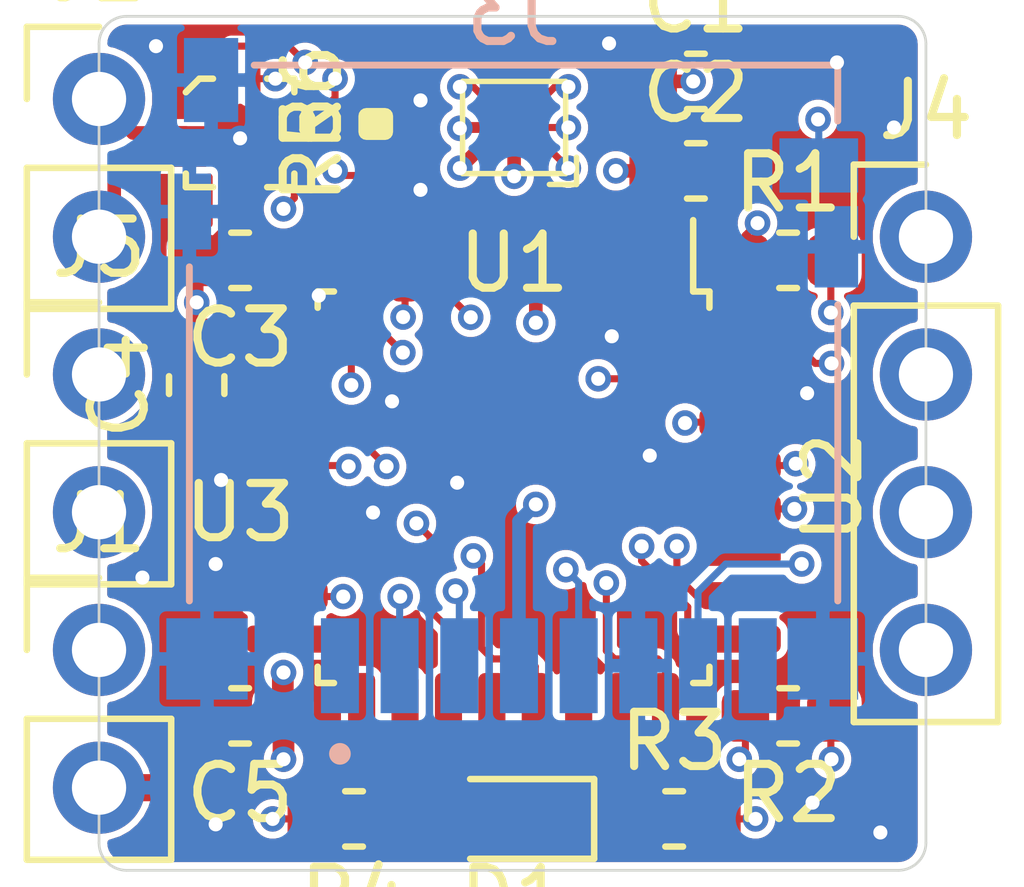
<source format=kicad_pcb>
(kicad_pcb (version 20171130) (host pcbnew "(5.1.6)-1")
  (layers (0 F.Cu signal) (1 In1.Cu signal) (2 In2.Cu signal) (31 B.Cu signal) (34 B.Paste user hide) (35 F.Paste user hide) (36 B.SilkS user) (37 F.SilkS user) (38 B.Mask user) (39 F.Mask user) (44 Edge.Cuts user hide))
  (net 0 "")
  (net 1 GND)
  (net 2 +3V3)
  (net 3 "Net-(D1-Pad2)")
  (net 4 "Net-(J2-Pad2)")
  (net 5 "Net-(J2-Pad1)")
  (net 6 /SD_DET)
  (net 7 "Net-(J3-Pad8)")
  (net 8 /SD_MISO)
  (net 9 /SD_CLK)
  (net 10 /SD_MOSI)
  (net 11 /SD_CS)
  (net 12 "Net-(J3-Pad1)")
  (net 13 /BOOT0_WAKEUP)
  (net 14 /NRST)
  (net 15 /SWDIO)
  (net 16 /SWCLK)
  (net 17 /RX)
  (net 18 /TX)
  (net 19 /LED)
  (net 20 /AU_EN)
  (net 21 /AU_BCLK)
  (net 22 /AU_LRCLK)
  (net 23 /AU_DIN)
  (net 24 "Net-(U2-Pad27)")
  (net 25 "Net-(U2-Pad23)")
  (net 26 "Net-(U2-Pad22)")
  (net 27 "Net-(U2-Pad20)")
  (net 28 "Net-(U2-Pad18)")
  (net 29 "Net-(U2-Pad17)")
  (net 30 "Net-(U2-Pad16)")
  (net 31 "Net-(U2-Pad14)")
  (net 32 "Net-(U2-Pad13)")
  (net 33 "Net-(U2-Pad10)")
  (net 34 "Net-(U2-Pad3)")
  (net 35 "Net-(U2-Pad2)")
  (net 36 "Net-(U2-Pad1)")
  (net 37 "Net-(R5-Pad2)")
  (module Resistor_SMD:R_0402_1005Metric (layer F.Cu) (at 105.1 102.45 90)
    (fp_text reference R5 (at 0 -1.17 90) (layer F.SilkS))
    (fp_text value 100k)
    (pad 2 smd roundrect (at 0.485 0 90) (size 0.59 0.64) (layers F.Cu F.Paste F.Mask) (net 37 "Net-(R5-Pad2)"))
    (pad 1 smd roundrect (at -0.485 0 90) (size 0.59 0.64) (layers F.Cu F.Paste F.Mask) (net 2 +3V3))
  )
  (module Package_BGA:Maxim_WLP-9_1.595x1.415_Layout3x3_P0.4mm_Ball0.27mm_Pad0.25mm_NSMD (layer F.Cu) (at 107.65 102.05 180)
    (fp_text reference U1 (at 0 -2.5) (layer F.SilkS))
    (fp_text value MAX98360AENL+)
    (fp_line (start -1.15 -1.05) (end -0.65 -1.05) (layer F.SilkS) (width 0.1))
    (fp_line (start -0.95 -0.85) (end -0.95 0.85) (layer F.SilkS) (width 0.1))
    (fp_line (start -0.95 -0.85) (end 0.95 -0.85) (layer F.SilkS) (width 0.1))
    (fp_line (start -0.95 0.85) (end 0.95 0.85) (layer F.SilkS) (width 0.1))
    (fp_line (start 0.95 -0.85) (end 0.95 0.85) (layer F.SilkS) (width 0.1))
    (fp_line (start -1.15 -1.05) (end -1.15 -0.55) (layer F.SilkS) (width 0.1))
    (pad A1 smd circle (at -0.4 -0.4 270) (size 0.25 0.25) (layers F.Cu F.Paste F.Mask) (net 20 /AU_EN))
    (pad A2 smd circle (at 0 -0.4 270) (size 0.25 0.25) (layers F.Cu F.Paste F.Mask) (net 2 +3V3))
    (pad A3 smd circle (at 0.4 -0.4 270) (size 0.25 0.25) (layers F.Cu F.Paste F.Mask) (net 5 "Net-(J2-Pad1)"))
    (pad B1 smd circle (at -0.4 0 270) (size 0.25 0.25) (layers F.Cu F.Paste F.Mask) (net 21 /AU_BCLK))
    (pad B2 smd circle (at 0 0 270) (size 0.25 0.25) (layers F.Cu F.Paste F.Mask) (net 2 +3V3))
    (pad B3 smd circle (at 0.4 0 270) (size 0.25 0.25) (layers F.Cu F.Paste F.Mask) (net 4 "Net-(J2-Pad2)"))
    (pad C1 smd circle (at -0.4 0.4 270) (size 0.25 0.25) (layers F.Cu F.Paste F.Mask) (net 22 /AU_LRCLK))
    (pad C2 smd circle (at 0 0.4 270) (size 0.25 0.25) (layers F.Cu F.Paste F.Mask) (net 1 GND))
    (pad C3 smd circle (at 0.4 0.4 270) (size 0.25 0.25) (layers F.Cu F.Paste F.Mask) (net 23 /AU_DIN))
  )
  (module Capacitor_SMD:C_0603_1608Metric (layer F.Cu) (at 102.6 112.9 180)
    (fp_text reference C5 (at 0 -1.43) (layer F.SilkS))
    (fp_text value 10u)
    (fp_line (start -0.162779 -0.51) (end 0.162779 -0.51) (layer F.SilkS) (width 0.12))
    (fp_line (start -0.162779 0.51) (end 0.162779 0.51) (layer F.SilkS) (width 0.12))
    (pad 2 smd roundrect (at 0.7875 0 180) (size 0.875 0.95) (layers F.Cu F.Paste F.Mask) (net 1 GND))
    (pad 1 smd roundrect (at -0.7875 0 180) (size 0.875 0.95) (layers F.Cu F.Paste F.Mask) (net 2 +3V3))
  )
  (module Resistor_SMD:R_0402_1005Metric (layer F.Cu) (at 105.1 101.5 90)
    (fp_text reference R6 (at 0 -1.17 90) (layer F.SilkS))
    (fp_text value 100k)
    (pad 2 smd roundrect (at 0.485 0 90) (size 0.59 0.64) (layers F.Cu F.Paste F.Mask) (net 1 GND))
    (pad 1 smd roundrect (at -0.485 0 90) (size 0.59 0.64) (layers F.SilkS) (net 37 "Net-(R5-Pad2)"))
  )
  (module TinySound:FC2QFN-10 (layer F.Cu) (at 102.6 102.15)
    (fp_text reference U3 (at 0 7) (layer F.SilkS))
    (fp_text value MAX98360xxxB+)
    (fp_line (start -0.5 -1) (end -0.75 -1) (layer F.SilkS) (width 0.12))
    (fp_line (start -0.75 -1) (end -1 -0.75) (layer F.SilkS) (width 0.12))
    (fp_line (start 0.5 -1) (end 1 -1) (layer F.SilkS) (width 0.12))
    (fp_line (start 1 -1) (end 1 -0.75) (layer F.SilkS) (width 0.12))
    (fp_line (start 1 0.75) (end 1 1) (layer F.SilkS) (width 0.12))
    (fp_line (start 1 1) (end 0.5 1) (layer F.SilkS) (width 0.12))
    (fp_line (start -1 0.75) (end -1 1) (layer F.SilkS) (width 0.12))
    (fp_line (start -1 1) (end -0.5 1) (layer F.SilkS) (width 0.12))
    (pad 10 smd rect (at -0.25 -1 270) (size 0.75 0.25) (layers F.Cu F.Paste F.Mask) (net 23 /AU_DIN))
    (pad 9 smd rect (at 0.25 -1 270) (size 0.75 0.25) (layers F.Cu F.Paste F.Mask) (net 22 /AU_LRCLK))
    (pad 8 smd rect (at 1 -0.5 180) (size 0.75 0.25) (layers F.Cu F.Paste F.Mask) (net 21 /AU_BCLK))
    (pad 7 smd rect (at 1 0 180) (size 0.75 0.25) (layers F.Cu F.Paste F.Mask) (net 37 "Net-(R5-Pad2)"))
    (pad 6 smd rect (at 1 0.5 180) (size 0.75 0.25) (layers F.Cu F.Paste F.Mask) (net 20 /AU_EN))
    (pad 5 smd rect (at 0.25 1 90) (size 0.75 0.25) (layers F.Cu F.Paste F.Mask) (net 1 GND))
    (pad 4 smd rect (at -0.25 1 90) (size 0.75 0.25) (layers F.Cu F.Paste F.Mask) (net 2 +3V3))
    (pad 3 smd rect (at -1 0.5) (size 0.75 0.25) (layers F.Cu F.Paste F.Mask) (net 4 "Net-(J2-Pad2)"))
    (pad 2 smd rect (at -1 0) (size 0.75 0.25) (layers F.Cu F.Paste F.Mask) (net 5 "Net-(J2-Pad1)"))
    (pad 1 smd rect (at -1 -0.5) (size 0.75 0.25) (layers F.Cu F.Paste F.Mask) (net 1 GND))
  )
  (module TinySound:AMPHENOL_1140084168 (layer B.Cu) (at 107.64 111.1 180)
    (fp_text reference J3 (at 0 11.1) (layer B.SilkS) (effects (justify mirror)))
    (fp_text value Micro_SD_Card_Det)
    (fp_line (start -5.975 10.2) (end -5.975 9.17) (layer B.SilkS) (width 0.127))
    (fp_line (start 5.975 0.32) (end 5.975 6.48) (layer B.SilkS) (width 0.127))
    (fp_line (start 4.78 10.2) (end -5.975 10.2) (layer B.SilkS) (width 0.127))
    (fp_line (start -5.975 5.78) (end -5.975 0.32) (layer B.SilkS) (width 0.127))
    (fp_circle (center 3.2 -2.5) (end 3.3 -2.5) (layer B.SilkS) (width 0.2))
    (pad 11 smd rect (at -5.95 6.85 180) (size 0.8 1.5) (layers B.Cu B.Paste B.Mask) (net 1 GND))
    (pad 11 smd rect (at 5.975 7.5 180) (size 0.8 1.4) (layers B.Cu B.Paste B.Mask) (net 1 GND))
    (pad 11 smd rect (at -5.7 -0.75 180) (size 1.3 1.5) (layers B.Cu B.Paste B.Mask) (net 1 GND))
    (pad 11 smd rect (at 5.65 -0.75 180) (size 1.5 1.5) (layers B.Cu B.Paste B.Mask) (net 1 GND))
    (pad 10 smd rect (at -5.625 8.35 180) (size 1.45 1) (layers B.Cu B.Paste B.Mask) (net 6 /SD_DET))
    (pad 9 smd rect (at 5.575 9.925 180) (size 1 1.55) (layers B.Cu B.Paste B.Mask) (net 1 GND))
    (pad 8 smd rect (at -4.5 -0.875 180) (size 0.7 1.75) (layers B.Cu B.Paste B.Mask) (net 7 "Net-(J3-Pad8)"))
    (pad 7 smd rect (at -3.4 -0.875 180) (size 0.7 1.75) (layers B.Cu B.Paste B.Mask) (net 8 /SD_MISO))
    (pad 6 smd rect (at -2.3 -0.875 180) (size 0.7 1.75) (layers B.Cu B.Paste B.Mask) (net 1 GND))
    (pad 5 smd rect (at -1.2 -0.875 180) (size 0.7 1.75) (layers B.Cu B.Paste B.Mask) (net 9 /SD_CLK))
    (pad 4 smd rect (at -0.1 -0.875 180) (size 0.7 1.75) (layers B.Cu B.Paste B.Mask) (net 2 +3V3))
    (pad 3 smd rect (at 1 -0.875 180) (size 0.7 1.75) (layers B.Cu B.Paste B.Mask) (net 10 /SD_MOSI))
    (pad 2 smd rect (at 2.1 -0.875 180) (size 0.7 1.75) (layers B.Cu B.Paste B.Mask) (net 11 /SD_CS))
    (pad 1 smd rect (at 3.2 -0.875 180) (size 0.7 1.75) (layers B.Cu B.Paste B.Mask) (net 12 "Net-(J3-Pad1)"))
  )
  (module Resistor_SMD:R_0603_1608Metric (layer F.Cu) (at 104.7 114.8 180)
    (fp_text reference R4 (at 0 -1.43) (layer F.SilkS))
    (fp_text value R)
    (fp_line (start -0.162779 -0.51) (end 0.162779 -0.51) (layer F.SilkS) (width 0.12))
    (fp_line (start -0.162779 0.51) (end 0.162779 0.51) (layer F.SilkS) (width 0.12))
    (pad 2 smd roundrect (at 0.7875 0 180) (size 0.875 0.95) (layers F.Cu F.Paste F.Mask) (net 19 /LED))
    (pad 1 smd roundrect (at -0.7875 0 180) (size 0.875 0.95) (layers F.Cu F.Paste F.Mask) (net 3 "Net-(D1-Pad2)"))
  )
  (module Resistor_SMD:R_0603_1608Metric (layer F.Cu) (at 110.6 114.8)
    (fp_text reference R3 (at 0 -1.43) (layer F.SilkS))
    (fp_text value 10k)
    (fp_line (start -0.162779 -0.51) (end 0.162779 -0.51) (layer F.SilkS) (width 0.12))
    (fp_line (start -0.162779 0.51) (end 0.162779 0.51) (layer F.SilkS) (width 0.12))
    (pad 2 smd roundrect (at 0.7875 0) (size 0.875 0.95) (layers F.Cu F.Paste F.Mask) (net 13 /BOOT0_WAKEUP))
    (pad 1 smd roundrect (at -0.7875 0) (size 0.875 0.95) (layers F.Cu F.Paste F.Mask) (net 1 GND))
  )
  (module Resistor_SMD:R_0603_1608Metric (layer F.Cu) (at 112.7 112.9 180)
    (fp_text reference R2 (at 0 -1.43) (layer F.SilkS))
    (fp_text value 10k)
    (fp_line (start -0.162779 -0.51) (end 0.162779 -0.51) (layer F.SilkS) (width 0.12))
    (fp_line (start -0.162779 0.51) (end 0.162779 0.51) (layer F.SilkS) (width 0.12))
    (pad 2 smd roundrect (at 0.7875 0 180) (size 0.875 0.95) (layers F.Cu F.Paste F.Mask) (net 2 +3V3))
    (pad 1 smd roundrect (at -0.7875 0 180) (size 0.875 0.95) (layers F.Cu F.Paste F.Mask) (net 14 /NRST))
  )
  (module Resistor_SMD:R_0603_1608Metric (layer F.Cu) (at 112.7 104.5)
    (fp_text reference R1 (at 0 -1.43) (layer F.SilkS))
    (fp_text value 10k)
    (fp_line (start -0.162779 -0.51) (end 0.162779 -0.51) (layer F.SilkS) (width 0.12))
    (fp_line (start -0.162779 0.51) (end 0.162779 0.51) (layer F.SilkS) (width 0.12))
    (pad 2 smd roundrect (at 0.7875 0) (size 0.875 0.95) (layers F.Cu F.Paste F.Mask) (net 2 +3V3))
    (pad 1 smd roundrect (at -0.7875 0) (size 0.875 0.95) (layers F.Cu F.Paste F.Mask) (net 11 /SD_CS))
  )
  (module Capacitor_SMD:C_0603_1608Metric (layer F.Cu) (at 102.6 104.5 180)
    (fp_text reference C3 (at 0 -1.43) (layer F.SilkS))
    (fp_text value 100n)
    (fp_line (start -0.162779 0.51) (end 0.162779 0.51) (layer F.SilkS) (width 0.12))
    (fp_line (start -0.162779 -0.51) (end 0.162779 -0.51) (layer F.SilkS) (width 0.12))
    (pad 1 smd roundrect (at -0.7875 0 180) (size 0.875 0.95) (layers F.Cu F.Paste F.Mask) (net 1 GND))
    (pad 2 smd roundrect (at 0.7875 0 180) (size 0.875 0.95) (layers F.Cu F.Paste F.Mask) (net 2 +3V3))
  )
  (module Capacitor_SMD:C_0603_1608Metric (layer F.Cu) (at 111 101.2)
    (fp_text reference C1 (at 0 -1.43) (layer F.SilkS))
    (fp_text value 100n)
    (fp_line (start -0.162779 -0.51) (end 0.162779 -0.51) (layer F.SilkS) (width 0.12))
    (fp_line (start -0.162779 0.51) (end 0.162779 0.51) (layer F.SilkS) (width 0.12))
    (pad 2 smd roundrect (at 0.7875 0) (size 0.875 0.95) (layers F.Cu F.Paste F.Mask) (net 1 GND))
    (pad 1 smd roundrect (at -0.7875 0) (size 0.875 0.95) (layers F.Cu F.Paste F.Mask) (net 2 +3V3))
  )
  (module Package_QFP:LQFP-32_7x7mm_P0.8mm (layer F.Cu) (at 107.64 108.684 270)
    (fp_text reference U2 (at 0 -5.88 90) (layer F.SilkS))
    (fp_text value STM32G030KxT)
    (fp_line (start 3.31 3.61) (end 3.61 3.61) (layer F.SilkS) (width 0.12))
    (fp_line (start 3.61 3.61) (end 3.61 3.31) (layer F.SilkS) (width 0.12))
    (fp_line (start -3.31 3.61) (end -3.61 3.61) (layer F.SilkS) (width 0.12))
    (fp_line (start -3.61 3.61) (end -3.61 3.31) (layer F.SilkS) (width 0.12))
    (fp_line (start 3.31 -3.61) (end 3.61 -3.61) (layer F.SilkS) (width 0.12))
    (fp_line (start 3.61 -3.61) (end 3.61 -3.31) (layer F.SilkS) (width 0.12))
    (fp_line (start -3.31 -3.61) (end -3.61 -3.61) (layer F.SilkS) (width 0.12))
    (fp_line (start -3.61 -3.61) (end -3.61 -3.31) (layer F.SilkS) (width 0.12))
    (fp_line (start -3.61 -3.31) (end -4.925 -3.31) (layer F.SilkS) (width 0.12))
    (pad 32 smd roundrect (at -2.8 -4.175 270) (size 0.5 1.5) (layers F.Cu F.Paste F.Mask) (net 9 /SD_CLK))
    (pad 31 smd roundrect (at -2 -4.175 270) (size 0.5 1.5) (layers F.Cu F.Paste F.Mask) (net 10 /SD_MOSI))
    (pad 30 smd roundrect (at -1.2 -4.175 270) (size 0.5 1.5) (layers F.Cu F.Paste F.Mask) (net 8 /SD_MISO))
    (pad 29 smd roundrect (at -0.4 -4.175 270) (size 0.5 1.5) (layers F.Cu F.Paste F.Mask) (net 6 /SD_DET))
    (pad 28 smd roundrect (at 0.4 -4.175 270) (size 0.5 1.5) (layers F.Cu F.Paste F.Mask) (net 11 /SD_CS))
    (pad 27 smd roundrect (at 1.2 -4.175 270) (size 0.5 1.5) (layers F.Cu F.Paste F.Mask) (net 24 "Net-(U2-Pad27)"))
    (pad 26 smd roundrect (at 2 -4.175 270) (size 0.5 1.5) (layers F.Cu F.Paste F.Mask) (net 16 /SWCLK))
    (pad 25 smd roundrect (at 2.8 -4.175 270) (size 0.5 1.5) (layers F.Cu F.Paste F.Mask) (net 13 /BOOT0_WAKEUP))
    (pad 24 smd roundrect (at 4.175 -2.8 270) (size 1.5 0.5) (layers F.Cu F.Paste F.Mask) (net 15 /SWDIO))
    (pad 23 smd roundrect (at 4.175 -2 270) (size 1.5 0.5) (layers F.Cu F.Paste F.Mask) (net 25 "Net-(U2-Pad23)"))
    (pad 22 smd roundrect (at 4.175 -1.2 270) (size 1.5 0.5) (layers F.Cu F.Paste F.Mask) (net 26 "Net-(U2-Pad22)"))
    (pad 21 smd roundrect (at 4.175 -0.4 270) (size 1.5 0.5) (layers F.Cu F.Paste F.Mask) (net 17 /RX))
    (pad 20 smd roundrect (at 4.175 0.4 270) (size 1.5 0.5) (layers F.Cu F.Paste F.Mask) (net 27 "Net-(U2-Pad20)"))
    (pad 19 smd roundrect (at 4.175 1.2 270) (size 1.5 0.5) (layers F.Cu F.Paste F.Mask) (net 18 /TX))
    (pad 18 smd roundrect (at 4.175 2 270) (size 1.5 0.5) (layers F.Cu F.Paste F.Mask) (net 28 "Net-(U2-Pad18)"))
    (pad 17 smd roundrect (at 4.175 2.8 270) (size 1.5 0.5) (layers F.Cu F.Paste F.Mask) (net 29 "Net-(U2-Pad17)"))
    (pad 16 smd roundrect (at 2.8 4.175 270) (size 0.5 1.5) (layers F.Cu F.Paste F.Mask) (net 30 "Net-(U2-Pad16)"))
    (pad 15 smd roundrect (at 2 4.175 270) (size 0.5 1.5) (layers F.Cu F.Paste F.Mask) (net 19 /LED))
    (pad 14 smd roundrect (at 1.2 4.175 270) (size 0.5 1.5) (layers F.Cu F.Paste F.Mask) (net 31 "Net-(U2-Pad14)"))
    (pad 13 smd roundrect (at 0.4 4.175 270) (size 0.5 1.5) (layers F.Cu F.Paste F.Mask) (net 32 "Net-(U2-Pad13)"))
    (pad 12 smd roundrect (at -0.4 4.175 270) (size 0.5 1.5) (layers F.Cu F.Paste F.Mask) (net 20 /AU_EN))
    (pad 11 smd roundrect (at -1.2 4.175 270) (size 0.5 1.5) (layers F.Cu F.Paste F.Mask) (net 22 /AU_LRCLK))
    (pad 10 smd roundrect (at -2 4.175 270) (size 0.5 1.5) (layers F.Cu F.Paste F.Mask) (net 33 "Net-(U2-Pad10)"))
    (pad 9 smd roundrect (at -2.8 4.175 270) (size 0.5 1.5) (layers F.Cu F.Paste F.Mask) (net 23 /AU_DIN))
    (pad 8 smd roundrect (at -4.175 2.8 270) (size 1.5 0.5) (layers F.Cu F.Paste F.Mask) (net 21 /AU_BCLK))
    (pad 7 smd roundrect (at -4.175 2 270) (size 1.5 0.5) (layers F.Cu F.Paste F.Mask) (net 13 /BOOT0_WAKEUP))
    (pad 6 smd roundrect (at -4.175 1.2 270) (size 1.5 0.5) (layers F.Cu F.Paste F.Mask) (net 14 /NRST))
    (pad 5 smd roundrect (at -4.175 0.4 270) (size 1.5 0.5) (layers F.Cu F.Paste F.Mask) (net 1 GND))
    (pad 4 smd roundrect (at -4.175 -0.4 270) (size 1.5 0.5) (layers F.Cu F.Paste F.Mask) (net 2 +3V3))
    (pad 3 smd roundrect (at -4.175 -1.2 270) (size 1.5 0.5) (layers F.Cu F.Paste F.Mask) (net 34 "Net-(U2-Pad3)"))
    (pad 2 smd roundrect (at -4.175 -2 270) (size 1.5 0.5) (layers F.Cu F.Paste F.Mask) (net 35 "Net-(U2-Pad2)"))
    (pad 1 smd roundrect (at -4.175 -2.8 270) (size 1.5 0.5) (layers F.Cu F.Paste F.Mask) (net 36 "Net-(U2-Pad1)"))
  )
  (module Connector_PinHeader_2.54mm:PinHeader_1x02_P2.54mm_Vertical (layer F.Cu) (at 100 106.604)
    (fp_text reference J5 (at 0 -2.33) (layer F.SilkS))
    (fp_text value Conn_01x02)
    (fp_line (start -1.33 3.87) (end 1.33 3.87) (layer F.SilkS) (width 0.12))
    (fp_line (start -1.33 1.27) (end -1.33 3.87) (layer F.SilkS) (width 0.12))
    (fp_line (start 1.33 1.27) (end 1.33 3.87) (layer F.SilkS) (width 0.12))
    (fp_line (start -1.33 1.27) (end 1.33 1.27) (layer F.SilkS) (width 0.12))
    (fp_line (start -1.33 0) (end -1.33 -1.33) (layer F.SilkS) (width 0.12))
    (fp_line (start -1.33 -1.33) (end 0 -1.33) (layer F.SilkS) (width 0.12))
    (pad 2 thru_hole oval (at 0 2.54) (size 1.7 1.7) (drill 1) (layers *.Cu *.Mask) (net 17 /RX))
    (pad 1 thru_hole circle (at 0 0) (size 1.7 1.7) (drill 1) (layers *.Cu *.Mask) (net 18 /TX))
  )
  (module Connector_PinHeader_2.54mm:PinHeader_1x04_P2.54mm_Vertical (layer F.Cu) (at 115.24 104.064)
    (fp_text reference J4 (at 0 -2.33) (layer F.SilkS))
    (fp_text value Conn_01x04)
    (fp_line (start -1.33 8.95) (end 1.33 8.95) (layer F.SilkS) (width 0.12))
    (fp_line (start -1.33 1.27) (end -1.33 8.95) (layer F.SilkS) (width 0.12))
    (fp_line (start 1.33 1.27) (end 1.33 8.95) (layer F.SilkS) (width 0.12))
    (fp_line (start -1.33 1.27) (end 1.33 1.27) (layer F.SilkS) (width 0.12))
    (fp_line (start -1.33 0) (end -1.33 -1.33) (layer F.SilkS) (width 0.12))
    (fp_line (start -1.33 -1.33) (end 0 -1.33) (layer F.SilkS) (width 0.12))
    (pad 4 thru_hole oval (at 0 7.62) (size 1.7 1.7) (drill 1) (layers *.Cu *.Mask) (net 13 /BOOT0_WAKEUP))
    (pad 3 thru_hole oval (at 0 5.08) (size 1.7 1.7) (drill 1) (layers *.Cu *.Mask) (net 14 /NRST))
    (pad 2 thru_hole oval (at 0 2.54) (size 1.7 1.7) (drill 1) (layers *.Cu *.Mask) (net 15 /SWDIO))
    (pad 1 thru_hole circle (at 0 0) (size 1.7 1.7) (drill 1) (layers *.Cu *.Mask) (net 16 /SWCLK))
  )
  (module Connector_PinHeader_2.54mm:PinHeader_1x02_P2.54mm_Vertical (layer F.Cu) (at 100 101.524)
    (fp_text reference J2 (at 0 -2.33) (layer F.SilkS))
    (fp_text value Conn_01x02)
    (fp_line (start -1.33 3.87) (end 1.33 3.87) (layer F.SilkS) (width 0.12))
    (fp_line (start -1.33 1.27) (end -1.33 3.87) (layer F.SilkS) (width 0.12))
    (fp_line (start 1.33 1.27) (end 1.33 3.87) (layer F.SilkS) (width 0.12))
    (fp_line (start -1.33 1.27) (end 1.33 1.27) (layer F.SilkS) (width 0.12))
    (fp_line (start -1.33 0) (end -1.33 -1.33) (layer F.SilkS) (width 0.12))
    (fp_line (start -1.33 -1.33) (end 0 -1.33) (layer F.SilkS) (width 0.12))
    (pad 2 thru_hole oval (at 0 2.54) (size 1.7 1.7) (drill 1) (layers *.Cu *.Mask) (net 4 "Net-(J2-Pad2)"))
    (pad 1 thru_hole circle (at 0 0) (size 1.7 1.7) (drill 1) (layers *.Cu *.Mask) (net 5 "Net-(J2-Pad1)"))
  )
  (module Connector_PinHeader_2.54mm:PinHeader_1x02_P2.54mm_Vertical (layer F.Cu) (at 100 111.684)
    (fp_text reference J1 (at 0 -2.33) (layer F.SilkS))
    (fp_text value Conn_01x02)
    (fp_line (start -1.33 3.87) (end 1.33 3.87) (layer F.SilkS) (width 0.12))
    (fp_line (start -1.33 1.27) (end -1.33 3.87) (layer F.SilkS) (width 0.12))
    (fp_line (start 1.33 1.27) (end 1.33 3.87) (layer F.SilkS) (width 0.12))
    (fp_line (start -1.33 1.27) (end 1.33 1.27) (layer F.SilkS) (width 0.12))
    (fp_line (start -1.33 0) (end -1.33 -1.33) (layer F.SilkS) (width 0.12))
    (fp_line (start -1.33 -1.33) (end 0 -1.33) (layer F.SilkS) (width 0.12))
    (pad 2 thru_hole oval (at 0 2.54) (size 1.7 1.7) (drill 1) (layers *.Cu *.Mask) (net 1 GND))
    (pad 1 thru_hole circle (at 0 0) (size 1.7 1.7) (drill 1) (layers *.Cu *.Mask) (net 2 +3V3))
  )
  (module LED_SMD:LED_0603_1608Metric (layer F.Cu) (at 107.64 114.8 180)
    (fp_text reference D1 (at 0 -1.43) (layer F.SilkS))
    (fp_text value LED)
    (fp_line (start 0.8 -0.735) (end -1.485 -0.735) (layer F.SilkS) (width 0.12))
    (fp_line (start -1.485 -0.735) (end -1.485 0.735) (layer F.SilkS) (width 0.12))
    (fp_line (start -1.485 0.735) (end 0.8 0.735) (layer F.SilkS) (width 0.12))
    (pad 2 smd roundrect (at 0.7875 0 180) (size 0.875 0.95) (layers F.Cu F.Paste F.Mask) (net 3 "Net-(D1-Pad2)"))
    (pad 1 smd roundrect (at -0.7875 0 180) (size 0.875 0.95) (layers F.Cu F.Paste F.Mask) (net 1 GND))
  )
  (module Capacitor_SMD:C_0603_1608Metric (layer F.Cu) (at 101.8 106.8 90)
    (fp_text reference C4 (at 0 -1.43 90) (layer F.SilkS))
    (fp_text value 10u)
    (fp_line (start -0.162779 -0.51) (end 0.162779 -0.51) (layer F.SilkS) (width 0.12))
    (fp_line (start -0.162779 0.51) (end 0.162779 0.51) (layer F.SilkS) (width 0.12))
    (pad 2 smd roundrect (at 0.7875 0 90) (size 0.875 0.95) (layers F.Cu F.Paste F.Mask) (net 2 +3V3))
    (pad 1 smd roundrect (at -0.7875 0 90) (size 0.875 0.95) (layers F.Cu F.Paste F.Mask) (net 1 GND))
  )
  (module Capacitor_SMD:C_0603_1608Metric (layer F.Cu) (at 111 102.85)
    (fp_text reference C2 (at 0 -1.43) (layer F.SilkS))
    (fp_text value 4.7u)
    (fp_line (start -0.162779 -0.51) (end 0.162779 -0.51) (layer F.SilkS) (width 0.12))
    (fp_line (start -0.162779 0.51) (end 0.162779 0.51) (layer F.SilkS) (width 0.12))
    (pad 2 smd roundrect (at 0.7875 0) (size 0.875 0.95) (layers F.Cu F.Paste F.Mask) (net 1 GND))
    (pad 1 smd roundrect (at -0.7875 0) (size 0.875 0.95) (layers F.Cu F.Paste F.Mask) (net 2 +3V3))
  )
  (gr_arc (start 100.508 100.508) (end 100.508 100) (angle -90) (layer Edge.Cuts) (width 0.05))
  (gr_arc (start 114.732 100.508) (end 115.24 100.508) (angle -90) (layer Edge.Cuts) (width 0.05))
  (gr_arc (start 114.732 115.24) (end 114.732 115.748) (angle -90) (layer Edge.Cuts) (width 0.05))
  (gr_arc (start 100.508 115.24) (end 100 115.24) (angle -90) (layer Edge.Cuts) (width 0.05))
  (gr_line (start 100 115.24) (end 100 100.508) (layer Edge.Cuts) (width 0.05))
  (gr_line (start 114.732 115.748) (end 100.508 115.748) (layer Edge.Cuts) (width 0.05))
  (gr_line (start 115.24 100.508) (end 115.24 115.24) (layer Edge.Cuts) (width 0.05))
  (gr_line (start 100.508 100) (end 114.732 100) (layer Edge.Cuts) (width 0.05))
  (via (at 101.05 100.55) (size 0.47) (drill 0.26) (layers F.Cu B.Cu) (net 1))
  (segment (start 101.8125 112.9) (end 101.8125 113.8875) (width 0.5) (layer F.Cu) (net 1))
  (segment (start 101.8125 113.8875) (end 101.476 114.224) (width 0.5) (layer F.Cu) (net 1))
  (segment (start 101.476 114.224) (end 100.28001 114.224) (width 0.5) (layer F.Cu) (net 1))
  (segment (start 102.85 103.9625) (end 103.3875 104.5) (width 0.25) (layer F.Cu) (net 1))
  (segment (start 102.85 103.15) (end 102.85 103.9625) (width 0.25) (layer F.Cu) (net 1))
  (via (at 105.925 103.2) (size 0.47) (drill 0.26) (layers F.Cu B.Cu) (net 1))
  (via (at 102.6 102.25) (size 0.47) (drill 0.26) (layers F.Cu B.Cu) (net 1))
  (via (at 105.925 101.55) (size 0.47) (drill 0.26) (layers F.Cu B.Cu) (net 1))
  (via (at 113.05 106.95) (size 0.47) (drill 0.26) (layers F.Cu B.Cu) (net 1))
  (via (at 110.15 108.1) (size 0.47) (drill 0.26) (layers F.Cu B.Cu) (net 1))
  (via (at 109.45 105.9) (size 0.47) (drill 0.26) (layers F.Cu B.Cu) (net 1))
  (via (at 106.6 108.6) (size 0.47) (drill 0.26) (layers F.Cu B.Cu) (net 1))
  (via (at 102.15 114.9) (size 0.47) (drill 0.26) (layers F.Cu B.Cu) (net 1))
  (via (at 113.15 114.5) (size 0.47) (drill 0.26) (layers F.Cu B.Cu) (net 1))
  (via (at 114.4 115.05) (size 0.47) (drill 0.26) (layers F.Cu B.Cu) (net 1))
  (via (at 113.6 100.85) (size 0.47) (drill 0.26) (layers F.Cu B.Cu) (net 1))
  (via (at 109.4 100.5) (size 0.47) (drill 0.26) (layers F.Cu B.Cu) (net 1))
  (via (at 100.8 110.35) (size 0.47) (drill 0.26) (layers F.Cu B.Cu) (net 1))
  (via (at 102.15 110.1) (size 0.47) (drill 0.26) (layers F.Cu B.Cu) (net 1))
  (via (at 102.25 108.55) (size 0.47) (drill 0.26) (layers F.Cu B.Cu) (net 1))
  (via (at 105.05 109.15) (size 0.47) (drill 0.26) (layers F.Cu B.Cu) (net 1))
  (via (at 105.4 107.1) (size 0.47) (drill 0.26) (layers F.Cu B.Cu) (net 1))
  (via (at 104.05 105.15) (size 0.47) (drill 0.26) (layers F.Cu B.Cu) (net 1))
  (via (at 114.65 102.05) (size 0.47) (drill 0.26) (layers F.Cu B.Cu) (net 1))
  (segment (start 107.65 102.05) (end 107.65 102.45) (width 0.2) (layer F.Cu) (net 2))
  (via (at 103.4 113.7) (size 0.47) (drill 0.26) (layers F.Cu B.Cu) (net 2))
  (segment (start 103.4 112.9125) (end 103.3875 112.9) (width 0.25) (layer F.Cu) (net 2))
  (segment (start 103.4 113.7) (end 103.4 112.9125) (width 0.4) (layer F.Cu) (net 2))
  (via (at 103.4 112.1) (size 0.47) (drill 0.26) (layers F.Cu B.Cu) (net 2))
  (segment (start 103.3875 112.1125) (end 103.4 112.1) (width 0.25) (layer F.Cu) (net 2))
  (segment (start 103.3875 112.9) (end 103.3875 112.1125) (width 0.4) (layer F.Cu) (net 2))
  (via (at 101.8 105.275) (size 0.47) (drill 0.26) (layers F.Cu B.Cu) (net 2))
  (segment (start 101.8 106.0125) (end 101.8 105.275) (width 0.25) (layer F.Cu) (net 2))
  (segment (start 101.8 104.5125) (end 101.8125 104.5) (width 0.25) (layer F.Cu) (net 2))
  (segment (start 101.8 105.275) (end 101.8 104.5125) (width 0.25) (layer F.Cu) (net 2))
  (segment (start 102.35 103.9625) (end 101.8125 104.5) (width 0.25) (layer F.Cu) (net 2))
  (segment (start 102.35 103.15) (end 102.35 103.9625) (width 0.25) (layer F.Cu) (net 2))
  (segment (start 110.2125 101.2) (end 110.2125 102.85) (width 0.25) (layer F.Cu) (net 2))
  (via (at 109.525 102.85) (size 0.47) (drill 0.26) (layers F.Cu B.Cu) (net 2))
  (segment (start 110.2125 102.85) (end 109.525 102.85) (width 0.25) (layer F.Cu) (net 2))
  (via (at 108.05 105.65) (size 0.47) (drill 0.26) (layers F.Cu B.Cu) (net 2))
  (segment (start 108.05 104.519) (end 108.04 104.509) (width 0.25) (layer F.Cu) (net 2))
  (segment (start 108.05 105.65) (end 108.05 104.519) (width 0.25) (layer F.Cu) (net 2))
  (via (at 107.65 102.949997) (size 0.47) (drill 0.26) (layers F.Cu B.Cu) (net 2))
  (segment (start 107.65 102.45) (end 107.65 102.949997) (width 0.25) (layer F.Cu) (net 2))
  (via (at 110.949968 101.2) (size 0.47) (drill 0.26) (layers F.Cu B.Cu) (net 2))
  (segment (start 110.2125 101.2) (end 110.949968 101.2) (width 0.25) (layer F.Cu) (net 2))
  (via (at 113.4875 105.462502) (size 0.47) (drill 0.26) (layers F.Cu B.Cu) (net 2))
  (segment (start 113.4875 104.5) (end 113.4875 105.462502) (width 0.13) (layer F.Cu) (net 2))
  (via (at 111.8 113.7) (size 0.47) (drill 0.26) (layers F.Cu B.Cu) (net 2))
  (segment (start 111.9125 112.9) (end 111.9125 113.5875) (width 0.13) (layer F.Cu) (net 2))
  (segment (start 111.9125 113.5875) (end 111.8 113.7) (width 0.13) (layer F.Cu) (net 2))
  (via (at 104.349998 102.85) (size 0.47) (drill 0.26) (layers F.Cu B.Cu) (net 2))
  (segment (start 105.1 102.935) (end 104.434998 102.935) (width 0.13) (layer F.Cu) (net 2))
  (segment (start 104.434998 102.935) (end 104.349998 102.85) (width 0.13) (layer F.Cu) (net 2))
  (via (at 108.05 109) (size 0.47) (drill 0.26) (layers F.Cu B.Cu) (net 2))
  (segment (start 107.74 109.31) (end 108.05 109) (width 0.25) (layer B.Cu) (net 2))
  (segment (start 107.74 111.975) (end 107.74 109.31) (width 0.25) (layer B.Cu) (net 2))
  (segment (start 105.4875 114.8) (end 106.8525 114.8) (width 0.16) (layer F.Cu) (net 3))
  (segment (start 100.28001 103.06999) (end 100.28001 103.78399) (width 0.25) (layer F.Cu) (net 4))
  (segment (start 101.6 102.65) (end 100.7 102.65) (width 0.25) (layer F.Cu) (net 4))
  (segment (start 100.7 102.65) (end 100.28001 103.06999) (width 0.25) (layer F.Cu) (net 4))
  (segment (start 106.665036 102.05) (end 106.650004 102.065032) (width 0.2) (layer F.Cu) (net 4))
  (via (at 106.650004 102.065032) (size 0.47) (drill 0.26) (layers F.Cu B.Cu) (net 4))
  (segment (start 107.25 102.05) (end 106.665036 102.05) (width 0.2) (layer F.Cu) (net 4))
  (segment (start 100.626 102.15) (end 100.28001 101.80401) (width 0.25) (layer F.Cu) (net 5))
  (segment (start 101.6 102.15) (end 100.626 102.15) (width 0.25) (layer F.Cu) (net 5))
  (via (at 106.650034 102.8) (size 0.47) (drill 0.26) (layers F.Cu B.Cu) (net 5))
  (segment (start 107.000034 102.45) (end 106.650034 102.8) (width 0.25) (layer F.Cu) (net 5))
  (segment (start 107.25 102.45) (end 107.000034 102.45) (width 0.25) (layer F.Cu) (net 5))
  (segment (start 113.265 102.75) (end 113.265 101.914133) (width 0.13) (layer B.Cu) (net 6))
  (segment (start 113.265 101.914133) (end 113.251871 101.901004) (width 0.13) (layer B.Cu) (net 6))
  (via (at 113.251871 101.901004) (size 0.47) (drill 0.26) (layers F.Cu B.Cu) (net 6))
  (via (at 112.839957 108.25) (size 0.47) (drill 0.26) (layers F.Cu B.Cu) (net 6))
  (segment (start 112.805957 108.284) (end 112.839957 108.25) (width 0.13) (layer F.Cu) (net 6))
  (segment (start 111.815 108.284) (end 112.805957 108.284) (width 0.13) (layer F.Cu) (net 6))
  (via (at 112.949992 110.099968) (size 0.47) (drill 0.26) (layers F.Cu B.Cu) (net 8))
  (segment (start 111.550032 110.099968) (end 112.949992 110.099968) (width 0.13) (layer B.Cu) (net 8))
  (segment (start 111.04 111.975) (end 111.04 110.61) (width 0.13) (layer B.Cu) (net 8))
  (segment (start 111.04 110.61) (end 111.550032 110.099968) (width 0.13) (layer B.Cu) (net 8))
  (via (at 110.8 107.5) (size 0.47) (drill 0.26) (layers F.Cu B.Cu) (net 8))
  (segment (start 110.816 107.484) (end 110.8 107.5) (width 0.13) (layer F.Cu) (net 8))
  (segment (start 111.815 107.484) (end 110.816 107.484) (width 0.13) (layer F.Cu) (net 8))
  (via (at 113.5 106.4) (size 0.47) (drill 0.26) (layers F.Cu B.Cu) (net 9))
  (segment (start 108.84 111.975) (end 108.84 110.440008) (width 0.13) (layer B.Cu) (net 9))
  (via (at 108.604059 110.204067) (size 0.47) (drill 0.26) (layers F.Cu B.Cu) (net 9))
  (segment (start 108.84 110.440008) (end 108.604059 110.204067) (width 0.13) (layer B.Cu) (net 9))
  (segment (start 111.815 105.884) (end 112.684 105.884) (width 0.13) (layer F.Cu) (net 9))
  (segment (start 113.2 106.4) (end 113.5 106.4) (width 0.13) (layer F.Cu) (net 9))
  (segment (start 112.684 105.884) (end 113.2 106.4) (width 0.13) (layer F.Cu) (net 9))
  (via (at 109.2 106.684) (size 0.47) (drill 0.26) (layers F.Cu B.Cu) (net 10))
  (segment (start 111.815 106.684) (end 109.2 106.684) (width 0.13) (layer F.Cu) (net 10))
  (segment (start 106.64 110.67001) (end 106.56999 110.6) (width 0.13) (layer B.Cu) (net 10))
  (segment (start 106.64 111.975) (end 106.64 110.67001) (width 0.13) (layer B.Cu) (net 10))
  (via (at 106.56999 110.6) (size 0.47) (drill 0.26) (layers F.Cu B.Cu) (net 10))
  (via (at 112.136246 103.813608) (size 0.47) (drill 0.26) (layers F.Cu B.Cu) (net 11))
  (segment (start 111.9125 104.037354) (end 112.136246 103.813608) (width 0.13) (layer F.Cu) (net 11))
  (segment (start 111.9125 104.5) (end 111.9125 104.037354) (width 0.13) (layer F.Cu) (net 11))
  (via (at 112.815984 109.084) (size 0.47) (drill 0.26) (layers F.Cu B.Cu) (net 11))
  (segment (start 111.815 109.084) (end 112.815984 109.084) (width 0.13) (layer F.Cu) (net 11))
  (segment (start 105.54 111.975) (end 105.54 110.71) (width 0.13) (layer B.Cu) (net 11))
  (via (at 105.55 110.7) (size 0.47) (drill 0.26) (layers F.Cu B.Cu) (net 11))
  (segment (start 105.54 110.71) (end 105.55 110.7) (width 0.13) (layer B.Cu) (net 11))
  (via (at 112.1 114.8) (size 0.47) (drill 0.26) (layers F.Cu B.Cu) (net 13))
  (segment (start 111.3875 114.8) (end 112.1 114.8) (width 0.13) (layer F.Cu) (net 13))
  (segment (start 105.64 104.509) (end 105.64 105.51) (width 0.13) (layer F.Cu) (net 13))
  (segment (start 105.64 105.51) (end 105.604063 105.545937) (width 0.13) (layer F.Cu) (net 13))
  (via (at 105.604063 105.545937) (size 0.47) (drill 0.26) (layers F.Cu B.Cu) (net 13))
  (via (at 110 109.774021) (size 0.47) (drill 0.26) (layers F.Cu B.Cu) (net 13))
  (segment (start 111.815 111.484) (end 111.018 111.484) (width 0.13) (layer F.Cu) (net 13))
  (segment (start 111.018 111.484) (end 110.85 111.316) (width 0.13) (layer F.Cu) (net 13))
  (segment (start 110.85 111.316) (end 110.85 110.892709) (width 0.13) (layer F.Cu) (net 13))
  (segment (start 110 110.042709) (end 110 109.774021) (width 0.13) (layer F.Cu) (net 13))
  (segment (start 110.85 110.892709) (end 110 110.042709) (width 0.13) (layer F.Cu) (net 13))
  (via (at 113.5 113.7) (size 0.47) (drill 0.26) (layers F.Cu B.Cu) (net 14))
  (segment (start 113.4875 112.9) (end 113.4875 113.6875) (width 0.13) (layer F.Cu) (net 14))
  (segment (start 113.4875 113.6875) (end 113.5 113.7) (width 0.13) (layer F.Cu) (net 14))
  (segment (start 106.44 105.14) (end 106.85 105.55) (width 0.13) (layer F.Cu) (net 14))
  (segment (start 106.44 104.509) (end 106.44 105.14) (width 0.13) (layer F.Cu) (net 14))
  (via (at 106.85 105.55) (size 0.47) (drill 0.26) (layers F.Cu B.Cu) (net 14))
  (via (at 109.35 110.45) (size 0.47) (drill 0.26) (layers F.Cu B.Cu) (net 15))
  (segment (start 109.35 111.7) (end 109.35 110.45) (width 0.13) (layer F.Cu) (net 15))
  (segment (start 109.5 111.85) (end 109.35 111.7) (width 0.13) (layer F.Cu) (net 15))
  (segment (start 110.3 111.85) (end 109.5 111.85) (width 0.13) (layer F.Cu) (net 15))
  (segment (start 110.44 112.859) (end 110.44 111.99) (width 0.13) (layer F.Cu) (net 15))
  (segment (start 110.44 111.99) (end 110.3 111.85) (width 0.13) (layer F.Cu) (net 15))
  (segment (start 111.815 110.684) (end 111.009 110.684) (width 0.13) (layer F.Cu) (net 16))
  (segment (start 111.009 110.684) (end 110.65 110.325) (width 0.13) (layer F.Cu) (net 16))
  (via (at 110.65 109.774021) (size 0.47) (drill 0.26) (layers F.Cu B.Cu) (net 16))
  (segment (start 110.65 110.325) (end 110.65 109.774021) (width 0.13) (layer F.Cu) (net 16))
  (via (at 106.9 109.95) (size 0.47) (drill 0.26) (layers F.Cu B.Cu) (net 17))
  (segment (start 107.25 111.85) (end 107.9 111.85) (width 0.13) (layer F.Cu) (net 17))
  (segment (start 107.05 110.1) (end 107.05 111.65) (width 0.13) (layer F.Cu) (net 17))
  (segment (start 108.04 111.99) (end 108.04 112.859) (width 0.13) (layer F.Cu) (net 17))
  (segment (start 107.05 111.65) (end 107.25 111.85) (width 0.13) (layer F.Cu) (net 17))
  (segment (start 107.9 111.85) (end 108.04 111.99) (width 0.13) (layer F.Cu) (net 17))
  (segment (start 106.9 109.95) (end 107.05 110.1) (width 0.13) (layer F.Cu) (net 17))
  (via (at 105.85 109.35) (size 0.47) (drill 0.26) (layers F.Cu B.Cu) (net 18))
  (segment (start 106.44 111.29) (end 106.44 112.859) (width 0.13) (layer F.Cu) (net 18))
  (segment (start 106.1 110.95) (end 106.44 111.29) (width 0.13) (layer F.Cu) (net 18))
  (segment (start 105.85 109.35) (end 106.1 109.6) (width 0.13) (layer F.Cu) (net 18))
  (segment (start 106.1 109.6) (end 106.1 110.95) (width 0.13) (layer F.Cu) (net 18))
  (via (at 103.2 114.8) (size 0.47) (drill 0.26) (layers F.Cu B.Cu) (net 19))
  (segment (start 103.9125 114.8) (end 103.2 114.8) (width 0.13) (layer F.Cu) (net 19))
  (via (at 104.5 110.7) (size 0.47) (drill 0.26) (layers F.Cu B.Cu) (net 19))
  (segment (start 103.481 110.7) (end 103.465 110.684) (width 0.13) (layer F.Cu) (net 19))
  (segment (start 104.5 110.7) (end 103.481 110.7) (width 0.13) (layer F.Cu) (net 19))
  (via (at 108.650008 102.8) (size 0.47) (drill 0.26) (layers F.Cu B.Cu) (net 20))
  (segment (start 108.05 102.45) (end 108.3 102.45) (width 0.13) (layer F.Cu) (net 20))
  (segment (start 108.65 102.8) (end 108.650008 102.8) (width 0.13) (layer F.Cu) (net 20))
  (segment (start 108.3 102.45) (end 108.65 102.8) (width 0.13) (layer F.Cu) (net 20))
  (via (at 104.6 108.3) (size 0.47) (drill 0.26) (layers F.Cu B.Cu) (net 20))
  (segment (start 103.465 108.284) (end 104.584 108.284) (width 0.13) (layer F.Cu) (net 20))
  (segment (start 104.584 108.284) (end 104.6 108.3) (width 0.13) (layer F.Cu) (net 20))
  (segment (start 103.6 103.35) (end 103.4 103.55) (width 0.13) (layer F.Cu) (net 20))
  (via (at 103.4 103.55) (size 0.47) (drill 0.26) (layers F.Cu B.Cu) (net 20))
  (segment (start 103.6 102.65) (end 103.6 103.35) (width 0.13) (layer F.Cu) (net 20))
  (segment (start 108.05 102.05) (end 108.65 102.05) (width 0.13) (layer F.Cu) (net 21))
  (via (at 108.65 102.05) (size 0.47) (drill 0.26) (layers F.Cu B.Cu) (net 21))
  (via (at 104.35 101.15) (size 0.47) (drill 0.26) (layers F.Cu B.Cu) (net 21))
  (segment (start 104.35 101.143346) (end 104.336664 101.13001) (width 0.13) (layer F.Cu) (net 21))
  (segment (start 104.35 101.5) (end 104.35 101.143346) (width 0.13) (layer F.Cu) (net 21))
  (segment (start 103.6 101.65) (end 104.2 101.65) (width 0.13) (layer F.Cu) (net 21))
  (segment (start 104.2 101.65) (end 104.35 101.5) (width 0.13) (layer F.Cu) (net 21))
  (via (at 105.6 106.2) (size 0.47) (drill 0.26) (layers F.Cu B.Cu) (net 21))
  (segment (start 104.84 104.509) (end 104.84 105.44) (width 0.13) (layer F.Cu) (net 21))
  (segment (start 104.84 105.44) (end 105.6 106.2) (width 0.13) (layer F.Cu) (net 21))
  (via (at 103.25 101.15) (size 0.47) (drill 0.26) (layers F.Cu B.Cu) (net 22))
  (segment (start 102.85 101.15) (end 103.25 101.15) (width 0.13) (layer F.Cu) (net 22))
  (via (at 108.65 101.299994) (size 0.47) (drill 0.26) (layers F.Cu B.Cu) (net 22))
  (segment (start 108.05 101.65) (end 108.400006 101.299994) (width 0.13) (layer F.Cu) (net 22))
  (segment (start 108.400006 101.299994) (end 108.65 101.299994) (width 0.13) (layer F.Cu) (net 22))
  (via (at 105.3 108.3) (size 0.47) (drill 0.26) (layers F.Cu B.Cu) (net 22))
  (segment (start 103.465 107.484) (end 104.484 107.484) (width 0.13) (layer F.Cu) (net 22))
  (segment (start 104.484 107.484) (end 105.3 108.3) (width 0.13) (layer F.Cu) (net 22))
  (via (at 106.65 101.3) (size 0.47) (drill 0.26) (layers F.Cu B.Cu) (net 23))
  (segment (start 107.25 101.65) (end 106.9 101.3) (width 0.13) (layer F.Cu) (net 23))
  (segment (start 106.9 101.3) (end 106.65 101.3) (width 0.13) (layer F.Cu) (net 23))
  (via (at 103.8 100.850014) (size 0.47) (drill 0.26) (layers F.Cu B.Cu) (net 23))
  (segment (start 103.499986 100.55) (end 103.8 100.850014) (width 0.13) (layer F.Cu) (net 23))
  (segment (start 102.35 101.15) (end 102.35 100.645) (width 0.13) (layer F.Cu) (net 23))
  (segment (start 102.445 100.55) (end 103.499986 100.55) (width 0.13) (layer F.Cu) (net 23))
  (segment (start 102.35 100.645) (end 102.445 100.55) (width 0.13) (layer F.Cu) (net 23))
  (via (at 104.65 106.800006) (size 0.47) (drill 0.26) (layers F.Cu B.Cu) (net 23))
  (segment (start 103.465 105.884) (end 104.334 105.884) (width 0.13) (layer F.Cu) (net 23))
  (segment (start 104.65 106.2) (end 104.65 106.800006) (width 0.13) (layer F.Cu) (net 23))
  (segment (start 104.334 105.884) (end 104.65 106.2) (width 0.13) (layer F.Cu) (net 23))
  (segment (start 104.45 101.975) (end 105.09 101.975) (width 0.13) (layer F.Cu) (net 37))
  (segment (start 103.6 102.15) (end 104.275 102.15) (width 0.13) (layer F.Cu) (net 37))
  (segment (start 104.275 102.15) (end 104.45 101.975) (width 0.13) (layer F.Cu) (net 37))
  (segment (start 105.1 101.965) (end 105.09 101.975) (width 0.13) (layer F.Cu) (net 37))
  (zone (net 1) (net_name GND) (layer B.Cu) (connect_pads (clearance 0.127)) (min_thickness 0.127) (fill yes (arc_segments 32) (thermal_gap 0.127) (thermal_bridge_width 0.25))
    (polygon (pts (xy 115.24 115.748) (xy 100 115.748) (xy 100 100) (xy 115.24 100)))
  )
  (zone (net 1) (net_name GND) (layer F.Cu) (connect_pads (clearance 0.127)) (min_thickness 0.127) (fill yes (arc_segments 32) (thermal_gap 0.127) (thermal_bridge_width 0.25))
    (polygon (pts (xy 115.24 115.748) (xy 100 115.748) (xy 100 100) (xy 115.24 100)))
  )
)
</source>
